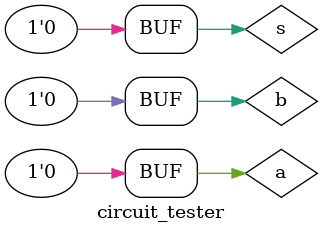
<source format=v>
module circuit_tester;
	wire o;
	reg a,b,s;
	circuit c1(o,a,b,s);
	initial
	begin
		a=0;b=0;s=0;
		#20
		a=0;b=0;s=1;
		#20	
		a=0;b=1;s=0;
		#20
		a=0;b=1;s=1;
		#20
		a=1;b=0;s=0;
		#20
		a=1;b=0;s=1;
		#20
		a=1;b=1;s=0;
		#20
		a=1;b=1;s=1;
		#20
		a=0;b=0;s=0;		
	end
	initial
		$monitor("A=%b B=%b S=%b out=%b time=%0d", a, b, s, o, $time);
endmodule

</source>
